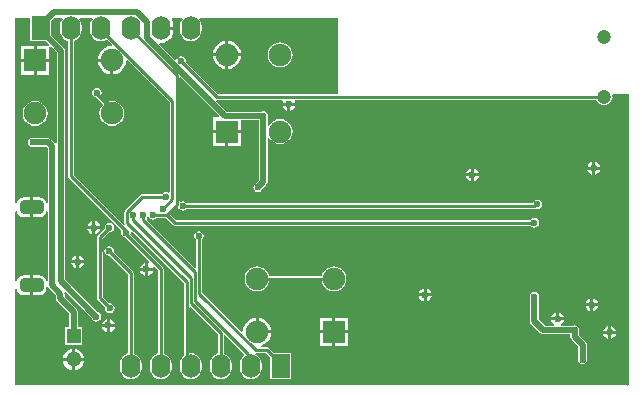
<source format=gbl>
G04*
G04 #@! TF.GenerationSoftware,Altium Limited,Altium Designer,20.2.4 (192)*
G04*
G04 Layer_Physical_Order=2*
G04 Layer_Color=16711680*
%FSLAX44Y44*%
%MOMM*%
G71*
G04*
G04 #@! TF.SameCoordinates,04E9AB2E-1989-4D7A-88AA-1D4CDCA67D46*
G04*
G04*
G04 #@! TF.FilePolarity,Positive*
G04*
G01*
G75*
%ADD16C,0.2540*%
%ADD21R,1.9000X1.9000*%
%ADD72C,0.5000*%
G04:AMPARAMS|DCode=73|XSize=2mm|YSize=1.2mm|CornerRadius=0.36mm|HoleSize=0mm|Usage=FLASHONLY|Rotation=0.000|XOffset=0mm|YOffset=0mm|HoleType=Round|Shape=RoundedRectangle|*
%AMROUNDEDRECTD73*
21,1,2.0000,0.4800,0,0,0.0*
21,1,1.2800,1.2000,0,0,0.0*
1,1,0.7200,0.6400,-0.2400*
1,1,0.7200,-0.6400,-0.2400*
1,1,0.7200,-0.6400,0.2400*
1,1,0.7200,0.6400,0.2400*
%
%ADD73ROUNDEDRECTD73*%
%ADD74C,1.9000*%
%ADD75R,1.9000X1.9000*%
%ADD76C,1.2000*%
%ADD77R,1.6000X2.0000*%
%ADD78O,1.6000X2.0000*%
%ADD79C,1.3080*%
%ADD80R,1.3080X1.3080*%
%ADD81C,0.6000*%
G36*
X275082Y251714D02*
X274116Y250980D01*
X173219D01*
X145875Y278324D01*
X146032Y279114D01*
X145722Y280675D01*
X144838Y281998D01*
X143515Y282882D01*
X141954Y283192D01*
X140393Y282882D01*
X139070Y281998D01*
X138186Y280675D01*
X138162Y280556D01*
X136784Y280138D01*
X123524Y293399D01*
X124086Y294538D01*
X124714Y294455D01*
X127465Y294817D01*
X130029Y295879D01*
X132231Y297569D01*
X133921Y299771D01*
X134983Y302334D01*
X135345Y305086D01*
Y305816D01*
X124714D01*
Y308356D01*
X135345D01*
Y309086D01*
X134983Y311838D01*
X133921Y314401D01*
X133587Y314837D01*
X134148Y315976D01*
X142456D01*
X143082Y314706D01*
X142253Y313625D01*
X141346Y311436D01*
X141036Y309086D01*
Y305086D01*
X141346Y302736D01*
X142253Y300547D01*
X143695Y298667D01*
X145575Y297225D01*
X147765Y296318D01*
X150114Y296008D01*
X152464Y296318D01*
X154653Y297225D01*
X156533Y298667D01*
X157976Y300547D01*
X158882Y302736D01*
X159192Y305086D01*
Y309086D01*
X158882Y311436D01*
X157976Y313625D01*
X157146Y314706D01*
X157772Y315976D01*
X275082D01*
Y251714D01*
D02*
G37*
G36*
X41482Y314706D02*
X40652Y313625D01*
X39746Y311436D01*
X39436Y309086D01*
Y305086D01*
X39746Y302736D01*
X40652Y300547D01*
X42095Y298667D01*
X43975Y297225D01*
X46164Y296318D01*
X46199Y296313D01*
Y181777D01*
X46376Y180891D01*
X46877Y180140D01*
X91510Y135508D01*
X91395Y135335D01*
X91085Y133774D01*
X91395Y132214D01*
X92279Y130891D01*
X93602Y130007D01*
X94479Y129832D01*
X115068Y109243D01*
X114362Y108153D01*
X113792Y108266D01*
Y104140D01*
X117918D01*
X117804Y104710D01*
X118895Y105416D01*
X122400Y101911D01*
Y31601D01*
X122365Y31596D01*
X120175Y30689D01*
X118295Y29247D01*
X116853Y27367D01*
X115946Y25178D01*
X115636Y22828D01*
Y18828D01*
X115946Y16479D01*
X116853Y14289D01*
X118295Y12409D01*
X120175Y10967D01*
X122365Y10060D01*
X124714Y9750D01*
X127064Y10060D01*
X129253Y10967D01*
X131133Y12409D01*
X132576Y14289D01*
X133482Y16479D01*
X133792Y18828D01*
Y22828D01*
X133482Y25178D01*
X132576Y27367D01*
X131133Y29247D01*
X129253Y30689D01*
X127064Y31596D01*
X127029Y31601D01*
Y102870D01*
X126852Y103756D01*
X126351Y104507D01*
X98816Y132041D01*
X98931Y132214D01*
X99241Y133774D01*
X99115Y134408D01*
X100286Y135034D01*
X144243Y91076D01*
Y30026D01*
X144305Y29715D01*
X143695Y29247D01*
X142253Y27367D01*
X141346Y25178D01*
X141036Y22828D01*
Y18828D01*
X141346Y16479D01*
X142253Y14289D01*
X143695Y12409D01*
X145575Y10967D01*
X147765Y10060D01*
X150114Y9750D01*
X152464Y10060D01*
X154653Y10967D01*
X156533Y12409D01*
X157976Y14289D01*
X158882Y16479D01*
X159192Y18828D01*
Y22828D01*
X158882Y25178D01*
X157976Y27367D01*
X156533Y29247D01*
X154653Y30689D01*
X152464Y31596D01*
X150114Y31906D01*
X149827Y31868D01*
X148872Y32705D01*
Y70223D01*
X150046Y70709D01*
X173200Y47555D01*
Y31601D01*
X173165Y31596D01*
X170975Y30689D01*
X169095Y29247D01*
X167652Y27367D01*
X166746Y25178D01*
X166436Y22828D01*
Y18828D01*
X166746Y16479D01*
X167652Y14289D01*
X169095Y12409D01*
X170975Y10967D01*
X173165Y10060D01*
X175514Y9750D01*
X177864Y10060D01*
X180053Y10967D01*
X181933Y12409D01*
X183375Y14289D01*
X184282Y16479D01*
X184592Y18828D01*
Y22828D01*
X184282Y25178D01*
X183375Y27367D01*
X181933Y29247D01*
X180053Y30689D01*
X177864Y31596D01*
X177829Y31601D01*
Y46972D01*
X179098Y47498D01*
X195205Y31392D01*
X195094Y29706D01*
X194495Y29247D01*
X193053Y27367D01*
X192146Y25178D01*
X191836Y22828D01*
Y18828D01*
X192146Y16479D01*
X193053Y14289D01*
X194495Y12409D01*
X196375Y10967D01*
X198564Y10060D01*
X200914Y9750D01*
X203263Y10060D01*
X205453Y10967D01*
X207333Y12409D01*
X208776Y14289D01*
X209682Y16479D01*
X209992Y18828D01*
Y22828D01*
X209682Y25178D01*
X208776Y27367D01*
X207333Y29247D01*
X205453Y30689D01*
X204733Y30988D01*
X204961Y32229D01*
X213639D01*
X217314Y28555D01*
Y9828D01*
X235314D01*
Y31828D01*
X220587D01*
X216235Y36181D01*
X215484Y36682D01*
X214598Y36858D01*
X209246D01*
X209163Y38128D01*
X209403Y38160D01*
X212332Y39373D01*
X214847Y41303D01*
X216777Y43818D01*
X217990Y46747D01*
X218237Y48620D01*
X206260D01*
Y49890D01*
X204990D01*
Y61867D01*
X203117Y61620D01*
X200188Y60407D01*
X197673Y58477D01*
X195743Y55962D01*
X194530Y53033D01*
X194182Y50392D01*
X192906Y49872D01*
X159493Y83286D01*
Y127937D01*
X159856Y128180D01*
X160740Y129503D01*
X161050Y131064D01*
X160740Y132625D01*
X159856Y133948D01*
X158533Y134832D01*
X156972Y135142D01*
X155411Y134832D01*
X154088Y133948D01*
X153204Y132625D01*
X152894Y131064D01*
X153204Y129503D01*
X154088Y128180D01*
X154864Y127662D01*
Y104577D01*
X153690Y104091D01*
X113068Y144713D01*
X112792Y146056D01*
X113420Y146996D01*
X113606Y147052D01*
X114706Y147037D01*
X114831Y146996D01*
X115480Y146024D01*
X116803Y145140D01*
X118364Y144830D01*
X119925Y145140D01*
X121248Y146024D01*
X121628Y146594D01*
X129153D01*
X135143Y140603D01*
X135894Y140102D01*
X136780Y139925D01*
X437680D01*
X438060Y139356D01*
X439383Y138472D01*
X440944Y138162D01*
X442505Y138472D01*
X443828Y139356D01*
X444712Y140679D01*
X445022Y142240D01*
X444712Y143801D01*
X443828Y145124D01*
X442505Y146008D01*
X440944Y146318D01*
X439383Y146008D01*
X438060Y145124D01*
X437680Y144555D01*
X137739D01*
X133258Y149035D01*
X138601Y154377D01*
X140185Y154166D01*
X140576Y153580D01*
X141900Y152696D01*
X143460Y152386D01*
X145021Y152696D01*
X146344Y153580D01*
X146725Y154150D01*
X441278D01*
X441564Y154206D01*
X441923Y153966D01*
X443484Y153656D01*
X445045Y153966D01*
X446368Y154850D01*
X447252Y156173D01*
X447562Y157734D01*
X447252Y159295D01*
X446368Y160618D01*
X445045Y161502D01*
X443484Y161812D01*
X441923Y161502D01*
X440600Y160618D01*
X439716Y159295D01*
X439613Y158778D01*
X146725D01*
X146344Y159348D01*
X145021Y160232D01*
X143460Y160542D01*
X141900Y160232D01*
X141637Y160056D01*
X140367Y160735D01*
Y264803D01*
X141540Y265289D01*
X174148Y232682D01*
X173662Y231508D01*
X168660D01*
Y220738D01*
X180700D01*
X192740D01*
Y229141D01*
X208026D01*
Y178545D01*
X205463Y175983D01*
X205449Y175980D01*
X204126Y175096D01*
X203242Y173773D01*
X202932Y172212D01*
X203242Y170651D01*
X204126Y169328D01*
X205449Y168444D01*
X207010Y168134D01*
X208571Y168444D01*
X209894Y169328D01*
X210778Y170651D01*
X210915Y171341D01*
X214118Y174544D01*
X214891Y175702D01*
X215163Y177067D01*
Y214149D01*
X216433Y214402D01*
X216528Y214173D01*
X218211Y211980D01*
X220404Y210296D01*
X222959Y209238D01*
X225700Y208878D01*
X228441Y209238D01*
X230995Y210296D01*
X233188Y211980D01*
X234872Y214173D01*
X235930Y216727D01*
X236290Y219468D01*
X235930Y222209D01*
X234872Y224764D01*
X233188Y226957D01*
X230995Y228640D01*
X228441Y229698D01*
X225700Y230059D01*
X222959Y229698D01*
X220404Y228640D01*
X218211Y226957D01*
X216528Y224764D01*
X216433Y224534D01*
X215163Y224787D01*
Y230851D01*
X215362Y231149D01*
X215673Y232710D01*
X215362Y234271D01*
X214478Y235594D01*
X213155Y236478D01*
X211595Y236788D01*
X210034Y236478D01*
X209736Y236278D01*
X180644D01*
X171768Y245155D01*
X172159Y246105D01*
X172367Y246352D01*
X227689D01*
X228288Y245231D01*
X227953Y244732D01*
X227776Y243840D01*
X238568D01*
X238391Y244732D01*
X238057Y245231D01*
X238655Y246352D01*
X493508D01*
X494011Y245136D01*
X495134Y243674D01*
X496596Y242551D01*
X498299Y241846D01*
X500126Y241606D01*
X501953Y241846D01*
X503656Y242551D01*
X505118Y243674D01*
X506241Y245136D01*
X506946Y246839D01*
X507186Y248666D01*
X507019Y249936D01*
X507889Y251206D01*
X520700D01*
Y5098D01*
X519610Y4392D01*
X519176Y4826D01*
X1524D01*
Y85764D01*
X2794Y85889D01*
X3056Y84570D01*
X4413Y82539D01*
X6444Y81182D01*
X8840Y80706D01*
X13970D01*
Y89366D01*
Y98026D01*
X8840D01*
X6444Y97550D01*
X4413Y96193D01*
X3056Y94162D01*
X2794Y92843D01*
X1524Y92968D01*
Y151764D01*
X2794Y151889D01*
X3056Y150570D01*
X4413Y148539D01*
X6444Y147182D01*
X8840Y146706D01*
X13970D01*
Y155366D01*
Y164026D01*
X8840D01*
X6444Y163550D01*
X4413Y162193D01*
X3056Y160162D01*
X2794Y158843D01*
X1524Y158968D01*
Y315976D01*
X14114D01*
Y296086D01*
X27067D01*
X30041Y293112D01*
X29515Y291842D01*
X29506Y291842D01*
Y291842D01*
X29416Y291842D01*
X19570D01*
Y281072D01*
X30340D01*
X30340Y290914D01*
Y291007D01*
D01*
X30340Y291017D01*
X30465Y291069D01*
X31610Y291543D01*
X36563Y286590D01*
Y209810D01*
X35293Y209424D01*
X35035Y209811D01*
X32106Y212740D01*
X30949Y213513D01*
X29583Y213785D01*
X18258D01*
X17817Y214080D01*
X16256Y214390D01*
X14695Y214080D01*
X13372Y213196D01*
X12488Y211873D01*
X12178Y210312D01*
X12488Y208751D01*
X13372Y207428D01*
X14695Y206544D01*
X16256Y206234D01*
X17817Y206544D01*
X17972Y206648D01*
X28105D01*
X28943Y205809D01*
Y159032D01*
X27673Y158907D01*
X27424Y160162D01*
X26067Y162193D01*
X24036Y163550D01*
X21640Y164026D01*
X16510D01*
Y155366D01*
Y146706D01*
X21640D01*
X24036Y147182D01*
X26067Y148539D01*
X27424Y150570D01*
X27673Y151825D01*
X28943Y151700D01*
Y93032D01*
X27673Y92907D01*
X27424Y94162D01*
X26067Y96193D01*
X24036Y97550D01*
X21640Y98026D01*
X16510D01*
Y89366D01*
Y80706D01*
X21640D01*
X24036Y81182D01*
X26067Y82539D01*
X27424Y84570D01*
X27900Y86966D01*
Y87888D01*
X29170Y88013D01*
X29215Y87788D01*
X29989Y86631D01*
X36055Y80564D01*
Y78232D01*
X36327Y76866D01*
X37101Y75709D01*
X47231Y65578D01*
Y54022D01*
X43260D01*
Y38942D01*
X58340D01*
Y54022D01*
X54369D01*
Y67056D01*
X54097Y68422D01*
X53323Y69579D01*
X43193Y79710D01*
Y82042D01*
X43009Y82966D01*
X44179Y83591D01*
X66266Y61505D01*
X66336Y61153D01*
X67220Y59830D01*
X68543Y58945D01*
X70104Y58635D01*
X71665Y58945D01*
X72988Y59830D01*
X73872Y61153D01*
X74182Y62713D01*
X73872Y64274D01*
X72988Y65597D01*
X71665Y66481D01*
X71313Y66551D01*
X43701Y94164D01*
Y288068D01*
X43429Y289434D01*
X42655Y290591D01*
X32114Y301133D01*
Y313039D01*
X35051Y315976D01*
X40856D01*
X41482Y314706D01*
D02*
G37*
G36*
X66882D02*
X66052Y313625D01*
X65146Y311436D01*
X64836Y309086D01*
Y305086D01*
X65146Y302736D01*
X66052Y300547D01*
X67495Y298667D01*
X69375Y297225D01*
X71564Y296318D01*
X73914Y296008D01*
X76263Y296318D01*
X78453Y297225D01*
X78903Y297570D01*
X83318Y293155D01*
X82798Y291880D01*
X80157Y291532D01*
X77228Y290319D01*
X74713Y288389D01*
X72783Y285874D01*
X71570Y282945D01*
X71323Y281072D01*
X83300D01*
Y279802D01*
X84570D01*
Y267825D01*
X86443Y268072D01*
X89372Y269285D01*
X91887Y271215D01*
X93817Y273730D01*
X95030Y276659D01*
X95378Y279300D01*
X96653Y279820D01*
X132198Y244276D01*
Y168491D01*
X130928Y167812D01*
X130803Y167895D01*
X129242Y168206D01*
X127682Y167895D01*
X126359Y167011D01*
X125978Y166442D01*
X109048D01*
X108162Y166266D01*
X107411Y165764D01*
X94565Y152917D01*
X94063Y152167D01*
X93887Y151281D01*
Y142392D01*
X94063Y141506D01*
X94483Y140877D01*
X93497Y140068D01*
X50828Y182736D01*
Y296313D01*
X50863Y296318D01*
X53053Y297225D01*
X54933Y298667D01*
X56375Y300547D01*
X57282Y302736D01*
X57592Y305086D01*
Y309086D01*
X57282Y311436D01*
X56375Y313625D01*
X55546Y314706D01*
X56172Y315976D01*
X66256D01*
X66882Y314706D01*
D02*
G37*
%LPC*%
G36*
X181970Y296444D02*
Y285738D01*
X192677D01*
X192430Y287611D01*
X191217Y290540D01*
X189287Y293055D01*
X186772Y294985D01*
X183843Y296198D01*
X181970Y296444D01*
D02*
G37*
G36*
X179430D02*
X177557Y296198D01*
X174628Y294985D01*
X172113Y293055D01*
X170183Y290540D01*
X168970Y287611D01*
X168724Y285738D01*
X179430D01*
Y296444D01*
D02*
G37*
G36*
X225700Y295058D02*
X222959Y294697D01*
X220404Y293640D01*
X218211Y291957D01*
X216528Y289763D01*
X215470Y287209D01*
X215109Y284468D01*
X215470Y281727D01*
X216528Y279172D01*
X218211Y276979D01*
X220404Y275296D01*
X222959Y274238D01*
X225700Y273877D01*
X228441Y274238D01*
X230995Y275296D01*
X233188Y276979D01*
X234872Y279172D01*
X235930Y281727D01*
X236290Y284468D01*
X235930Y287209D01*
X234872Y289763D01*
X233188Y291957D01*
X230995Y293640D01*
X228441Y294697D01*
X225700Y295058D01*
D02*
G37*
G36*
X192677Y283198D02*
X181970D01*
Y272491D01*
X183843Y272738D01*
X186772Y273951D01*
X189287Y275881D01*
X191217Y278396D01*
X192430Y281325D01*
X192677Y283198D01*
D02*
G37*
G36*
X179430D02*
X168724D01*
X168970Y281325D01*
X170183Y278396D01*
X172113Y275881D01*
X174628Y273951D01*
X177557Y272738D01*
X179430Y272491D01*
Y283198D01*
D02*
G37*
G36*
X17030Y291842D02*
X6260D01*
Y281072D01*
X17030D01*
Y291842D01*
D02*
G37*
G36*
X30340Y278532D02*
X19570D01*
Y267762D01*
X30340D01*
Y278532D01*
D02*
G37*
G36*
X17030D02*
X6260D01*
Y267762D01*
X17030D01*
Y278532D01*
D02*
G37*
G36*
X238568Y241300D02*
X234442D01*
Y237174D01*
X235334Y237351D01*
X237166Y238576D01*
X238391Y240408D01*
X238568Y241300D01*
D02*
G37*
G36*
X231902D02*
X227776D01*
X227953Y240408D01*
X229178Y238576D01*
X231010Y237351D01*
X231902Y237174D01*
Y241300D01*
D02*
G37*
G36*
X18300Y245393D02*
X15559Y245032D01*
X13005Y243974D01*
X10812Y242291D01*
X9129Y240098D01*
X8070Y237543D01*
X7710Y234802D01*
X8070Y232061D01*
X9129Y229507D01*
X10812Y227313D01*
X13005Y225630D01*
X15559Y224572D01*
X18300Y224212D01*
X21041Y224572D01*
X23595Y225630D01*
X25789Y227313D01*
X27472Y229507D01*
X28530Y232061D01*
X28891Y234802D01*
X28530Y237543D01*
X27472Y240098D01*
X25789Y242291D01*
X23595Y243974D01*
X21041Y245032D01*
X18300Y245393D01*
D02*
G37*
G36*
X192740Y218198D02*
X181970D01*
Y207428D01*
X192740D01*
Y218198D01*
D02*
G37*
G36*
X179430D02*
X168660D01*
Y207428D01*
X179430D01*
Y218198D01*
D02*
G37*
G36*
X492506Y193864D02*
Y189738D01*
X496632D01*
X496455Y190630D01*
X495230Y192462D01*
X493398Y193687D01*
X492506Y193864D01*
D02*
G37*
G36*
X489966D02*
X489074Y193687D01*
X487242Y192462D01*
X486017Y190630D01*
X485840Y189738D01*
X489966D01*
Y193864D01*
D02*
G37*
G36*
X389730Y188262D02*
Y184136D01*
X393856D01*
X393679Y185027D01*
X392454Y186860D01*
X390622Y188084D01*
X389730Y188262D01*
D02*
G37*
G36*
X387190D02*
X386298Y188084D01*
X384466Y186860D01*
X383241Y185027D01*
X383064Y184136D01*
X387190D01*
Y188262D01*
D02*
G37*
G36*
X496632Y187198D02*
X492506D01*
Y183072D01*
X493398Y183249D01*
X495230Y184474D01*
X496455Y186306D01*
X496632Y187198D01*
D02*
G37*
G36*
X489966D02*
X485840D01*
X486017Y186306D01*
X487242Y184474D01*
X489074Y183249D01*
X489966Y183072D01*
Y187198D01*
D02*
G37*
G36*
X393856Y181596D02*
X389730D01*
Y177470D01*
X390622Y177647D01*
X392454Y178872D01*
X393679Y180704D01*
X393856Y181596D01*
D02*
G37*
G36*
X387190D02*
X383064D01*
X383241Y180704D01*
X384466Y178872D01*
X386298Y177647D01*
X387190Y177470D01*
Y181596D01*
D02*
G37*
G36*
X69215Y143572D02*
Y139446D01*
X73341D01*
X73164Y140338D01*
X71939Y142170D01*
X70107Y143395D01*
X69215Y143572D01*
D02*
G37*
G36*
X66675D02*
X65783Y143395D01*
X63951Y142170D01*
X62726Y140338D01*
X62549Y139446D01*
X66675D01*
Y143572D01*
D02*
G37*
G36*
X81116Y142164D02*
X79555Y141854D01*
X78232Y140970D01*
X77348Y139647D01*
X77038Y138086D01*
X77171Y137415D01*
X71261Y131505D01*
X70760Y130754D01*
X70584Y129868D01*
Y117602D01*
X70760Y116716D01*
X70823Y116621D01*
Y78246D01*
X70999Y77361D01*
X71501Y76610D01*
X77500Y70610D01*
X77367Y69939D01*
X77677Y68378D01*
X78561Y67055D01*
X79884Y66171D01*
X81445Y65861D01*
X83006Y66171D01*
X84329Y67055D01*
X85213Y68378D01*
X85524Y69939D01*
X85213Y71500D01*
X84329Y72823D01*
X83006Y73707D01*
X81445Y74017D01*
X80773Y73884D01*
X75452Y79205D01*
Y117362D01*
X75276Y118248D01*
X75212Y118343D01*
Y128910D01*
X80444Y134141D01*
X81116Y134008D01*
X82677Y134318D01*
X84000Y135202D01*
X84884Y136525D01*
X85194Y138086D01*
X84884Y139647D01*
X84000Y140970D01*
X82677Y141854D01*
X81116Y142164D01*
D02*
G37*
G36*
X73341Y136906D02*
X69215D01*
Y132780D01*
X70107Y132957D01*
X71939Y134182D01*
X73164Y136014D01*
X73341Y136906D01*
D02*
G37*
G36*
X66675D02*
X62549D01*
X62726Y136014D01*
X63951Y134182D01*
X65783Y132957D01*
X66675Y132780D01*
Y136906D01*
D02*
G37*
G36*
X55626Y114616D02*
Y110490D01*
X59752D01*
X59575Y111382D01*
X58350Y113214D01*
X56518Y114439D01*
X55626Y114616D01*
D02*
G37*
G36*
X53086D02*
X52194Y114439D01*
X50362Y113214D01*
X49137Y111382D01*
X48960Y110490D01*
X53086D01*
Y114616D01*
D02*
G37*
G36*
X111252Y108266D02*
X110360Y108089D01*
X108528Y106864D01*
X107303Y105032D01*
X107126Y104140D01*
X111252D01*
Y108266D01*
D02*
G37*
G36*
X59752Y107950D02*
X55626D01*
Y103824D01*
X56518Y104001D01*
X58350Y105226D01*
X59575Y107058D01*
X59752Y107950D01*
D02*
G37*
G36*
X53086D02*
X48960D01*
X49137Y107058D01*
X50362Y105226D01*
X52194Y104001D01*
X53086Y103824D01*
Y107950D01*
D02*
G37*
G36*
X117918Y101600D02*
X113792D01*
Y97474D01*
X114684Y97651D01*
X116516Y98876D01*
X117741Y100708D01*
X117918Y101600D01*
D02*
G37*
G36*
X111252D02*
X107126D01*
X107303Y100708D01*
X108528Y98876D01*
X110360Y97651D01*
X111252Y97474D01*
Y101600D01*
D02*
G37*
G36*
X271260Y105480D02*
X268519Y105120D01*
X265965Y104061D01*
X263771Y102379D01*
X262088Y100185D01*
X261030Y97631D01*
X260974Y97204D01*
X216546D01*
X216490Y97631D01*
X215432Y100185D01*
X213749Y102379D01*
X211556Y104061D01*
X209001Y105120D01*
X206260Y105480D01*
X203519Y105120D01*
X200965Y104061D01*
X198771Y102379D01*
X197089Y100185D01*
X196031Y97631D01*
X195670Y94890D01*
X196031Y92149D01*
X197089Y89594D01*
X198771Y87401D01*
X200965Y85718D01*
X203519Y84660D01*
X206260Y84299D01*
X209001Y84660D01*
X211556Y85718D01*
X213749Y87401D01*
X215432Y89594D01*
X216490Y92149D01*
X216546Y92575D01*
X260974D01*
X261030Y92149D01*
X262088Y89594D01*
X263771Y87401D01*
X265965Y85718D01*
X268519Y84660D01*
X271260Y84299D01*
X274001Y84660D01*
X276555Y85718D01*
X278748Y87401D01*
X280431Y89594D01*
X281490Y92149D01*
X281850Y94890D01*
X281490Y97631D01*
X280431Y100185D01*
X278748Y102379D01*
X276555Y104061D01*
X274001Y105120D01*
X271260Y105480D01*
D02*
G37*
G36*
X349758Y86650D02*
Y82524D01*
X353884D01*
X353707Y83416D01*
X352482Y85248D01*
X350650Y86473D01*
X349758Y86650D01*
D02*
G37*
G36*
X347218D02*
X346326Y86473D01*
X344494Y85248D01*
X343269Y83416D01*
X343092Y82524D01*
X347218D01*
Y86650D01*
D02*
G37*
G36*
X353884Y79984D02*
X349758D01*
Y75858D01*
X350650Y76035D01*
X352482Y77260D01*
X353707Y79092D01*
X353884Y79984D01*
D02*
G37*
G36*
X347218D02*
X343092D01*
X343269Y79092D01*
X344494Y77260D01*
X346326Y76035D01*
X347218Y75858D01*
Y79984D01*
D02*
G37*
G36*
X490982Y78294D02*
Y74168D01*
X495108D01*
X494931Y75060D01*
X493706Y76892D01*
X491874Y78117D01*
X490982Y78294D01*
D02*
G37*
G36*
X488442D02*
X487550Y78117D01*
X485718Y76892D01*
X484493Y75060D01*
X484316Y74168D01*
X488442D01*
Y78294D01*
D02*
G37*
G36*
X495108Y71628D02*
X490982D01*
Y67502D01*
X491874Y67679D01*
X493706Y68904D01*
X494931Y70736D01*
X495108Y71628D01*
D02*
G37*
G36*
X488442D02*
X484316D01*
X484493Y70736D01*
X485718Y68904D01*
X487550Y67679D01*
X488442Y67502D01*
Y71628D01*
D02*
G37*
G36*
X461828Y66436D02*
Y62310D01*
X465954D01*
X465776Y63202D01*
X464552Y65034D01*
X462719Y66259D01*
X461828Y66436D01*
D02*
G37*
G36*
X459288D02*
X458396Y66259D01*
X456564Y65034D01*
X455339Y63202D01*
X455162Y62310D01*
X459288D01*
Y66436D01*
D02*
G37*
G36*
X81534Y60768D02*
Y56642D01*
X85660D01*
X85483Y57534D01*
X84258Y59366D01*
X82426Y60591D01*
X81534Y60768D01*
D02*
G37*
G36*
X78994D02*
X78102Y60591D01*
X76270Y59366D01*
X75045Y57534D01*
X74868Y56642D01*
X78994D01*
Y60768D01*
D02*
G37*
G36*
X283300Y61930D02*
X272530D01*
Y51160D01*
X283300D01*
Y61930D01*
D02*
G37*
G36*
X207530Y61867D02*
Y51160D01*
X218237D01*
X217990Y53033D01*
X216777Y55962D01*
X214847Y58477D01*
X212332Y60407D01*
X209403Y61620D01*
X207530Y61867D01*
D02*
G37*
G36*
X269990Y61930D02*
X259220D01*
Y51160D01*
X269990D01*
Y61930D01*
D02*
G37*
G36*
X505968Y54897D02*
Y50771D01*
X510094D01*
X509917Y51663D01*
X508692Y53495D01*
X506860Y54719D01*
X505968Y54897D01*
D02*
G37*
G36*
X503428D02*
X502536Y54719D01*
X500704Y53495D01*
X499479Y51663D01*
X499302Y50771D01*
X503428D01*
Y54897D01*
D02*
G37*
G36*
X85660Y54102D02*
X81534D01*
Y49976D01*
X82426Y50153D01*
X84258Y51378D01*
X85483Y53210D01*
X85660Y54102D01*
D02*
G37*
G36*
X78994D02*
X74868D01*
X75045Y53210D01*
X76270Y51378D01*
X78102Y50153D01*
X78994Y49976D01*
Y54102D01*
D02*
G37*
G36*
X510094Y48231D02*
X505968D01*
Y44105D01*
X506860Y44282D01*
X508692Y45507D01*
X509917Y47339D01*
X510094Y48231D01*
D02*
G37*
G36*
X503428D02*
X499302D01*
X499479Y47339D01*
X500704Y45507D01*
X502536Y44282D01*
X503428Y44105D01*
Y48231D01*
D02*
G37*
G36*
X283300Y48620D02*
X272530D01*
Y37850D01*
X283300D01*
Y48620D01*
D02*
G37*
G36*
X269990D02*
X259220D01*
Y37850D01*
X269990D01*
Y48620D01*
D02*
G37*
G36*
X52070Y35473D02*
Y27752D01*
X59791D01*
X59646Y28852D01*
X58731Y31061D01*
X57276Y32958D01*
X55379Y34413D01*
X53170Y35328D01*
X52070Y35473D01*
D02*
G37*
G36*
X49530D02*
X48430Y35328D01*
X46221Y34413D01*
X44324Y32958D01*
X42869Y31061D01*
X41954Y28852D01*
X41809Y27752D01*
X49530D01*
Y35473D01*
D02*
G37*
G36*
X440944Y83834D02*
X439383Y83524D01*
X438060Y82640D01*
X437176Y81317D01*
X436866Y79756D01*
X437176Y78195D01*
X437375Y77897D01*
Y58928D01*
X437647Y57562D01*
X438421Y56405D01*
X446041Y48785D01*
X447198Y48011D01*
X448564Y47739D01*
X471411D01*
Y45720D01*
X471683Y44354D01*
X472457Y43197D01*
X478269Y37384D01*
Y28275D01*
X478070Y27977D01*
X477760Y26416D01*
X478070Y24855D01*
X478954Y23532D01*
X480277Y22648D01*
X481838Y22338D01*
X483399Y22648D01*
X484722Y23532D01*
X485606Y24855D01*
X485916Y26416D01*
X485606Y27977D01*
X485407Y28275D01*
Y38862D01*
X485135Y40228D01*
X484361Y41385D01*
X478549Y47198D01*
Y49449D01*
X478748Y49747D01*
X479058Y51308D01*
X478748Y52869D01*
X477864Y54192D01*
X476541Y55076D01*
X474980Y55386D01*
X473419Y55076D01*
X473121Y54877D01*
X463591D01*
X463206Y56147D01*
X464552Y57046D01*
X465776Y58879D01*
X465954Y59770D01*
X455162D01*
X455339Y58879D01*
X456564Y57046D01*
X457910Y56147D01*
X457525Y54877D01*
X450042D01*
X444513Y60406D01*
Y77897D01*
X444712Y78195D01*
X445022Y79756D01*
X444712Y81317D01*
X443828Y82640D01*
X442505Y83524D01*
X440944Y83834D01*
D02*
G37*
G36*
X59791Y25212D02*
X52070D01*
Y17491D01*
X53170Y17636D01*
X55379Y18551D01*
X57276Y20006D01*
X58731Y21903D01*
X59646Y24112D01*
X59791Y25212D01*
D02*
G37*
G36*
X49530D02*
X41809D01*
X41954Y24112D01*
X42869Y21903D01*
X44324Y20006D01*
X46221Y18551D01*
X48430Y17636D01*
X49530Y17491D01*
Y25212D01*
D02*
G37*
G36*
X81026Y122442D02*
X79465Y122132D01*
X78142Y121248D01*
X77258Y119925D01*
X76948Y118364D01*
X77258Y116803D01*
X78142Y115480D01*
X79465Y114596D01*
X81026Y114286D01*
X81698Y114419D01*
X97000Y99117D01*
X97000Y31601D01*
X96965Y31596D01*
X94775Y30689D01*
X92895Y29247D01*
X91453Y27367D01*
X90546Y25178D01*
X90236Y22828D01*
Y18828D01*
X90546Y16479D01*
X91453Y14289D01*
X92895Y12409D01*
X94775Y10967D01*
X96965Y10060D01*
X99314Y9750D01*
X101664Y10060D01*
X103853Y10967D01*
X105733Y12409D01*
X107176Y14289D01*
X108082Y16479D01*
X108392Y18828D01*
Y22828D01*
X108082Y25178D01*
X107176Y27367D01*
X105733Y29247D01*
X103853Y30689D01*
X101664Y31596D01*
X101629Y31601D01*
X101629Y100076D01*
X101452Y100962D01*
X100951Y101713D01*
X84971Y117692D01*
X85104Y118364D01*
X84794Y119925D01*
X83910Y121248D01*
X82587Y122132D01*
X81026Y122442D01*
D02*
G37*
G36*
X82030Y278532D02*
X71323D01*
X71570Y276659D01*
X72783Y273730D01*
X74713Y271215D01*
X77228Y269285D01*
X80157Y268072D01*
X82030Y267825D01*
Y278532D01*
D02*
G37*
G36*
X70612Y256300D02*
X69051Y255990D01*
X67728Y255106D01*
X66844Y253783D01*
X66534Y252222D01*
X66844Y250661D01*
X67728Y249338D01*
X69051Y248454D01*
X70448Y248176D01*
X75843Y242781D01*
X75811Y242291D01*
X74128Y240098D01*
X73070Y237543D01*
X72709Y234802D01*
X73070Y232061D01*
X74128Y229507D01*
X75811Y227313D01*
X78004Y225630D01*
X80559Y224572D01*
X83300Y224212D01*
X86041Y224572D01*
X88595Y225630D01*
X90788Y227313D01*
X92472Y229507D01*
X93530Y232061D01*
X93890Y234802D01*
X93530Y237543D01*
X92472Y240098D01*
X90788Y242291D01*
X88595Y243974D01*
X86041Y245032D01*
X83300Y245393D01*
X80559Y245032D01*
X80262Y244909D01*
X74401Y250770D01*
X74690Y252222D01*
X74380Y253783D01*
X73496Y255106D01*
X72173Y255990D01*
X70612Y256300D01*
D02*
G37*
%LPD*%
D16*
Y251286D02*
X83300Y238598D01*
X70612Y251286D02*
Y252222D01*
X83300Y234802D02*
Y238598D01*
X206260Y94890D02*
X271260D01*
X48514Y181777D02*
X93980Y136311D01*
X48514Y181777D02*
Y307086D01*
X93980Y136311D02*
X95163Y135128D01*
Y133774D02*
Y135128D01*
X72898Y117602D02*
X73138Y117362D01*
Y78246D02*
X81445Y69939D01*
X72898Y129868D02*
X81116Y138086D01*
X73138Y78246D02*
Y117362D01*
X72898Y117602D02*
Y129868D01*
X95163Y132421D02*
Y133774D01*
X141954Y278972D02*
Y279114D01*
X138053Y157102D02*
Y267078D01*
X99314Y305816D02*
Y307086D01*
Y305816D02*
X138053Y267078D01*
X141954Y278972D02*
X172260Y248666D01*
X500126D01*
X130082Y149132D02*
X138053Y157102D01*
X130082Y148938D02*
Y149132D01*
X99314Y20828D02*
X99314Y100076D01*
X81026Y118364D02*
Y118364D01*
Y118364D02*
X99314Y100076D01*
X134513Y161945D02*
Y245234D01*
X73914Y305833D02*
X134513Y245234D01*
X126825Y154257D02*
X134513Y161945D01*
X73914Y305833D02*
Y307086D01*
X442548Y157734D02*
X443484D01*
X441278Y156464D02*
X442548Y157734D01*
X143460Y156464D02*
X441278D01*
X126149Y154257D02*
X126825D01*
X109048Y164127D02*
X129242D01*
X96201Y151281D02*
X109048Y164127D01*
X118364Y148908D02*
X130051D01*
X130082Y148938D01*
X136780Y142240D01*
X109908Y148940D02*
X109982Y148866D01*
Y144526D02*
Y148866D01*
X136780Y142240D02*
X440944D01*
X153638Y76232D02*
Y100870D01*
X109982Y144526D02*
X153638Y100870D01*
X95163Y132421D02*
X124714Y102870D01*
X146558Y30026D02*
Y92035D01*
X101471Y144401D02*
Y149098D01*
X150098Y74184D02*
Y95774D01*
X101471Y144401D02*
X150098Y95774D01*
X96201Y142392D02*
X146558Y92035D01*
X96201Y142392D02*
Y151281D01*
X124714Y20828D02*
Y102870D01*
X175514Y20828D02*
Y48514D01*
X150114Y73914D02*
Y74168D01*
Y73914D02*
X175514Y48514D01*
X150098Y74184D02*
X150114Y74168D01*
Y20828D02*
Y26470D01*
X146558Y30026D02*
X150114Y26470D01*
X156972Y131064D02*
X157178Y130858D01*
Y82327D02*
Y130858D01*
X153638Y76232D02*
X198339Y31532D01*
X157178Y82327D02*
X204961Y34544D01*
X214598D01*
X198339Y23403D02*
Y31532D01*
Y23403D02*
X200914Y20828D01*
X214598Y34544D02*
X226314Y22828D01*
Y20828D02*
Y22828D01*
D21*
X180700Y219468D02*
D03*
D72*
X179166Y232710D02*
X211595D01*
Y177067D02*
Y232710D01*
X16256Y210312D02*
X16352Y210216D01*
X32512Y89154D02*
Y207287D01*
X16352Y210216D02*
X29583D01*
X32512Y207287D01*
X23114Y305086D02*
X40132Y288068D01*
Y92685D02*
Y288068D01*
Y92685D02*
X70104Y62713D01*
X39624Y78232D02*
Y82042D01*
X32512Y89154D02*
X39624Y82042D01*
Y78232D02*
X50800Y67056D01*
Y46482D02*
Y67056D01*
X23114Y305086D02*
Y307086D01*
X113214Y298662D02*
Y311982D01*
Y298662D02*
X179166Y232710D01*
X28614Y314586D02*
X28614D01*
X34614Y320586D02*
X104610D01*
X28614Y314586D02*
X34614Y320586D01*
X23114Y309086D02*
X28614Y314586D01*
X104610Y320586D02*
X113214Y311982D01*
X23114Y307086D02*
Y309086D01*
X207010Y172483D02*
X211595Y177067D01*
X207010Y172212D02*
Y172483D01*
X481838Y26416D02*
Y38862D01*
X474980Y45720D02*
X481838Y38862D01*
X474980Y45720D02*
Y51308D01*
X448564D02*
X474980D01*
X440944Y58928D02*
X448564Y51308D01*
X440944Y58928D02*
Y79756D01*
D73*
X15240Y155366D02*
D03*
Y89366D02*
D03*
D74*
X271260Y94890D02*
D03*
X206260D02*
D03*
Y49890D02*
D03*
X18300Y234802D02*
D03*
X83300D02*
D03*
Y279802D02*
D03*
X225700Y219468D02*
D03*
Y284468D02*
D03*
X180700D02*
D03*
D75*
X271260Y49890D02*
D03*
X18300Y279802D02*
D03*
D76*
X500126Y248666D02*
D03*
Y299466D02*
D03*
D77*
X23114Y307086D02*
D03*
X226314Y20828D02*
D03*
D78*
X48514Y307086D02*
D03*
X73914D02*
D03*
X99314D02*
D03*
X124714D02*
D03*
X150114D02*
D03*
X200914Y20828D02*
D03*
X175514D02*
D03*
X150114D02*
D03*
X124714D02*
D03*
X99314D02*
D03*
D79*
X50800Y26482D02*
D03*
D80*
Y46482D02*
D03*
D81*
X70612Y252222D02*
D03*
X233172Y242570D02*
D03*
X211595Y232710D02*
D03*
X16256Y210312D02*
D03*
X54356Y109220D02*
D03*
X67945Y138176D02*
D03*
X81445Y69939D02*
D03*
X70104Y62713D02*
D03*
X141954Y279114D02*
D03*
X81116Y138086D02*
D03*
X81026Y118364D02*
D03*
X207010Y172212D02*
D03*
X481838Y26416D02*
D03*
X474980Y51308D02*
D03*
X504698Y49501D02*
D03*
X80264Y55372D02*
D03*
X489712Y72898D02*
D03*
X460558Y61040D02*
D03*
X348488Y81254D02*
D03*
X388460Y182866D02*
D03*
X491236Y188468D02*
D03*
X440944Y79756D02*
D03*
X112522Y102870D02*
D03*
X443484Y157734D02*
D03*
X126149Y154257D02*
D03*
X143460Y156464D02*
D03*
X129242Y164127D02*
D03*
X118364Y148908D02*
D03*
X109908Y148940D02*
D03*
X95163Y133774D02*
D03*
X440944Y142240D02*
D03*
X101471Y149098D02*
D03*
X156972Y131064D02*
D03*
M02*

</source>
